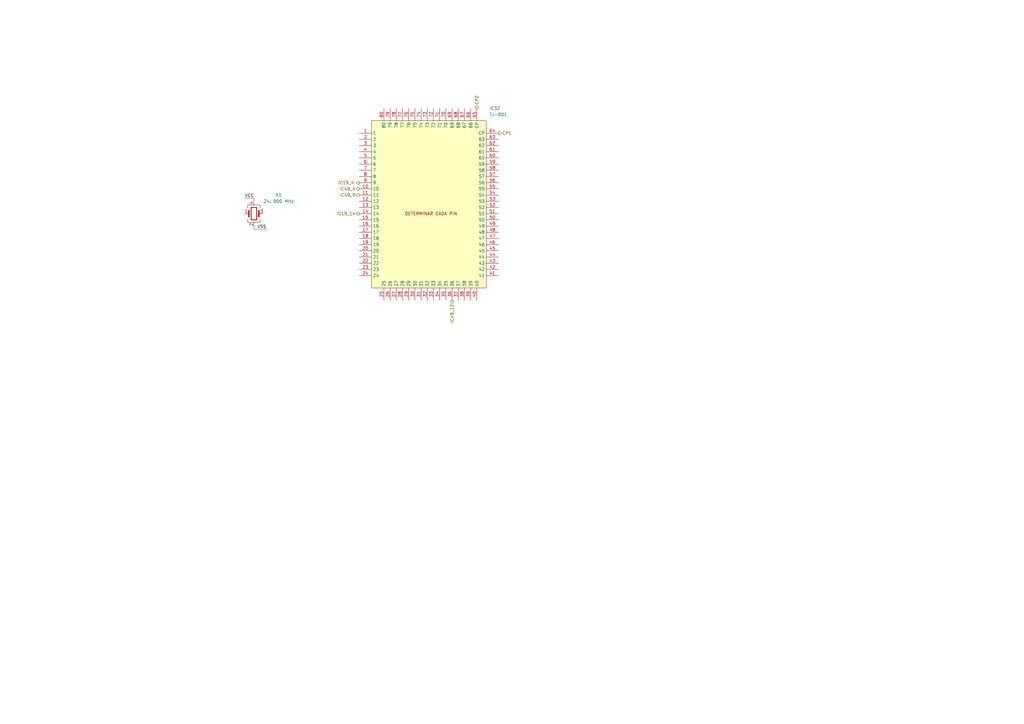
<source format=kicad_sch>
(kicad_sch (version 20231120) (generator "eeschema") (generator_version "8.0")
  (paper "A3")
  (lib_symbols
    (symbol "Device:Crystal_GND24" (pin_names (offset 1.016) hide)
      (property "Reference" "Y" (at 3.175 5.08 0))
      (property "Value" "Crystal_GND24" (at 3.175 3.175 0))
      (symbol "Crystal_GND24_0_1"
        (rectangle (start -1.143 2.54) (end 1.143 -2.54) (stroke (width 0.3048)))
        (polyline (pts (xy -2.54 0) (xy -2.032 0)))
        (polyline (pts (xy -2.032 -1.27) (xy -2.032 1.27)) (stroke (width 0.508)))
        (polyline (pts (xy 0 -3.81) (xy 0 -3.556)))
        (polyline (pts (xy 0 3.556) (xy 0 3.81)))
        (polyline (pts (xy 2.032 -1.27) (xy 2.032 1.27)) (stroke (width 0.508)))
        (polyline (pts (xy 2.032 0) (xy 2.54 0)))
        (polyline (pts (xy -2.54 -2.286) (xy -2.54 -3.556) (xy 2.54 -3.556) (xy 2.54 -2.286)))
        (polyline (pts (xy -2.54 2.286) (xy -2.54 3.556) (xy 2.54 3.556) (xy 2.54 2.286)))
      )
      (symbol "Crystal_GND24_1_1"
        (pin passive line (at -3.81 0 0) (length 1.27) (name "1") (number "1"))
        (pin passive line (at 0 5.08 270) (length 1.27) (name "2") (number "2"))
        (pin passive line (at 3.81 0 180) (length 1.27) (name "3") (number "3"))
        (pin passive line (at 0 -5.08 90) (length 1.27) (name "4") (number "4"))
      )
    )
    (symbol "technos:TJ-001"
      (property "Reference" "IC" (at 0 1.524 0))
      (property "Value" "TJ-001" (at 0 -0.508 0))
      (symbol "TJ-001_1_0"
        (pin input line (at -29.21 29.21 0) (length 5.08) (name "1") (number "1"))
        (pin input line (at -29.21 6.35 0) (length 5.08) (name "10") (number "10"))
        (pin input line (at -29.21 3.81 0) (length 5.08) (name "11") (number "11"))
        (pin input line (at -29.21 1.27 0) (length 5.08) (name "12") (number "12"))
        (pin input line (at -29.21 -1.27 0) (length 5.08) (name "13") (number "13"))
        (pin input line (at -29.21 -3.81 0) (length 5.08) (name "14") (number "14"))
        (pin input line (at -29.21 -6.35 0) (length 5.08) (name "15") (number "15"))
        (pin input line (at -29.21 -8.89 0) (length 5.08) (name "16") (number "16"))
        (pin input line (at -29.21 -11.43 0) (length 5.08) (name "17") (number "17"))
        (pin input line (at -29.21 -13.97 0) (length 5.08) (name "18") (number "18"))
        (pin input line (at -29.21 -16.51 0) (length 5.08) (name "19") (number "19"))
        (pin input line (at -29.21 26.67 0) (length 5.08) (name "2") (number "2"))
        (pin input line (at -29.21 -19.05 0) (length 5.08) (name "20") (number "20"))
        (pin input line (at -29.21 -21.59 0) (length 5.08) (name "21") (number "21"))
        (pin input line (at -29.21 -24.13 0) (length 5.08) (name "22") (number "22"))
        (pin input line (at -29.21 -26.67 0) (length 5.08) (name "23") (number "23"))
        (pin input line (at -29.21 -29.21 0) (length 5.08) (name "24") (number "24"))
        (pin input line (at -19.05 -39.37 90) (length 5.08) (name "25") (number "25"))
        (pin input line (at -16.51 -39.37 90) (length 5.08) (name "26") (number "26"))
        (pin input line (at -13.97 -39.37 90) (length 5.08) (name "27") (number "27"))
        (pin input line (at -11.43 -39.37 90) (length 5.08) (name "28") (number "28"))
        (pin input line (at -8.89 -39.37 90) (length 5.08) (name "29") (number "29"))
        (pin input line (at -29.21 24.13 0) (length 5.08) (name "3") (number "3"))
        (pin input line (at -6.35 -39.37 90) (length 5.08) (name "30") (number "30"))
        (pin input line (at -3.81 -39.37 90) (length 5.08) (name "31") (number "31"))
        (pin input line (at -1.27 -39.37 90) (length 5.08) (name "32") (number "32"))
        (pin input line (at 1.27 -39.37 90) (length 5.08) (name "33") (number "33"))
        (pin input line (at 3.81 -39.37 90) (length 5.08) (name "34") (number "34"))
        (pin input line (at 6.35 -39.37 90) (length 5.08) (name "35") (number "35"))
        (pin input line (at 8.89 -39.37 90) (length 5.08) (name "36") (number "36"))
        (pin input line (at 11.43 -39.37 90) (length 5.08) (name "37") (number "37"))
        (pin input line (at 13.97 -39.37 90) (length 5.08) (name "38") (number "38"))
        (pin input line (at 16.51 -39.37 90) (length 5.08) (name "39") (number "39"))
        (pin input line (at -29.21 21.59 0) (length 5.08) (name "4") (number "4"))
        (pin input line (at 19.05 -39.37 90) (length 5.08) (name "40") (number "40"))
        (pin input line (at 27.94 -29.21 180) (length 5.08) (name "41") (number "41"))
        (pin input line (at 27.94 -26.67 180) (length 5.08) (name "42") (number "42"))
        (pin input line (at 27.94 -24.13 180) (length 5.08) (name "43") (number "43"))
        (pin input line (at 27.94 -21.59 180) (length 5.08) (name "44") (number "44"))
        (pin input line (at 27.94 -19.05 180) (length 5.08) (name "45") (number "45"))
        (pin input line (at 27.94 -16.51 180) (length 5.08) (name "46") (number "46"))
        (pin input line (at 27.94 -13.97 180) (length 5.08) (name "47") (number "47"))
        (pin input line (at 27.94 -11.43 180) (length 5.08) (name "48") (number "48"))
        (pin input line (at 27.94 -8.89 180) (length 5.08) (name "49") (number "49"))
        (pin input line (at -29.21 19.05 0) (length 5.08) (name "5") (number "5"))
        (pin input line (at 27.94 -6.35 180) (length 5.08) (name "50") (number "50"))
        (pin input line (at 27.94 -3.81 180) (length 5.08) (name "51") (number "51"))
        (pin input line (at 27.94 -1.27 180) (length 5.08) (name "52") (number "52"))
        (pin input line (at 27.94 1.27 180) (length 5.08) (name "53") (number "53"))
        (pin input line (at 27.94 3.81 180) (length 5.08) (name "54") (number "54"))
        (pin input line (at 27.94 6.35 180) (length 5.08) (name "55") (number "55"))
        (pin input line (at 27.94 8.89 180) (length 5.08) (name "56") (number "56"))
        (pin input line (at 27.94 11.43 180) (length 5.08) (name "57") (number "57"))
        (pin input line (at 27.94 13.97 180) (length 5.08) (name "58") (number "58"))
        (pin input line (at 27.94 16.51 180) (length 5.08) (name "59") (number "59"))
        (pin input line (at -29.21 16.51 0) (length 5.08) (name "6") (number "6"))
        (pin input line (at 27.94 19.05 180) (length 5.08) (name "60") (number "60"))
        (pin input line (at 27.94 21.59 180) (length 5.08) (name "61") (number "61"))
        (pin input line (at 27.94 24.13 180) (length 5.08) (name "62") (number "62"))
        (pin input line (at 27.94 26.67 180) (length 5.08) (name "63") (number "63"))
        (pin output line (at 27.94 29.21 180) (length 5.08) (name "CP") (number "64"))
        (pin output line (at 19.05 39.37 270) (length 5.08) (name "CP") (number "65"))
        (pin input line (at 16.51 39.37 270) (length 5.08) (name "66") (number "66"))
        (pin input line (at 13.97 39.37 270) (length 5.08) (name "67") (number "67"))
        (pin input line (at 11.43 39.37 270) (length 5.08) (name "68") (number "68"))
        (pin input line (at 8.89 39.37 270) (length 5.08) (name "69") (number "69"))
        (pin input line (at -29.21 13.97 0) (length 5.08) (name "7") (number "7"))
        (pin input line (at 6.35 39.37 270) (length 5.08) (name "70") (number "70"))
        (pin input line (at 3.81 39.37 270) (length 5.08) (name "71") (number "71"))
        (pin input line (at 1.27 39.37 270) (length 5.08) (name "72") (number "72"))
        (pin input line (at -1.27 39.37 270) (length 5.08) (name "73") (number "73"))
        (pin input line (at -3.81 39.37 270) (length 5.08) (name "74") (number "74"))
        (pin input line (at -6.35 39.37 270) (length 5.08) (name "75") (number "75"))
        (pin input line (at -8.89 39.37 270) (length 5.08) (name "76") (number "76"))
        (pin input line (at -11.43 39.37 270) (length 5.08) (name "77") (number "77"))
        (pin input line (at -13.97 39.37 270) (length 5.08) (name "78") (number "78"))
        (pin input line (at -16.51 39.37 270) (length 5.08) (name "79") (number "79"))
        (pin input line (at -29.21 11.43 0) (length 5.08) (name "8") (number "8"))
        (pin input line (at -19.05 39.37 270) (length 5.08) (name "80") (number "80"))
        (pin input line (at -29.21 8.89 0) (length 5.08) (name "9") (number "9"))
      )
      (symbol "TJ-001_1_1"
        (rectangle (start -24.13 34.29) (end 22.86 -34.29) (fill (type background)))
        (text "DETERMINAR CADA PIN\n" (at 0.254 -3.81 0) (effects (font (size 1.27 1.27))))
      )
    )
  )
  (wire (pts (xy 100.33 81.28) (xy 104.14 81.28)))
  (wire (pts (xy 104.14 81.28) (xy 104.14 82.55)))
  (wire (pts (xy 109.22 93.98) (xy 104.14 93.98)))
  (wire (pts (xy 104.14 93.98) (xy 104.14 92.71)))
  (label "VCC" (at 100.33 81.28 0))
  (label "VSS" (at 109.22 93.98 180))
  (hierarchical_label "IC19_14" (shape output) (at 147.32 87.63 180))
  (hierarchical_label "CP1" (shape output) (at 204.47 54.61 0))
  (hierarchical_label "IC49_9" (shape output) (at 147.32 80.01 180))
  (hierarchical_label "IC49_4" (shape output) (at 147.32 77.47 180))
  (hierarchical_label "IC49_12" (shape output) (at 185.42 123.19 270))
  (hierarchical_label "CP2" (shape output) (at 195.58 44.45 90))
  (hierarchical_label "IC19_4'" (shape output) (at 147.32 74.93 180))
  (symbol (lib_id "technos:TJ-001") (at 176.53 83.82 0) (unit 1)
    (property "Reference" "IC32" (at 200.66 44.45 0) (effects (justify left)))
    (property "Value" "TJ-001" (at 200.66 46.99 0) (effects (justify left)))
  )
  (symbol (lib_id "Device:Crystal_GND24") (at 104.14 87.63 0) (mirror x) (unit 1)
    (property "Reference" "X1" (at 114.3 80.01 0))
    (property "Value" "24. 000 MHz" (at 114.3 82.55 0))
    (property "Description" "Four pin crystal, GND on pins 2 and 4" (effects (hide yes)))
  )
)
</source>
